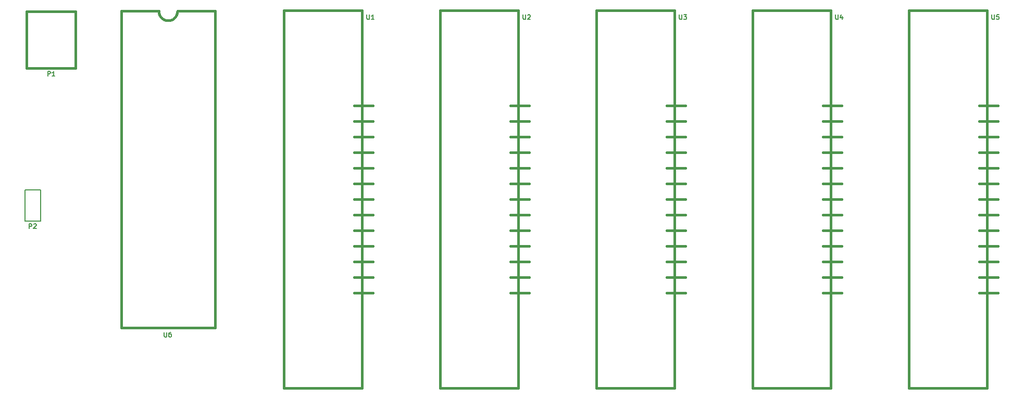
<source format=gto>
G04 (created by PCBNEW-RS274X (2011-05-25)-stable) date Fri 21 Sep 2012 01:47:41 PM PDT*
G01*
G70*
G90*
%MOIN*%
G04 Gerber Fmt 3.4, Leading zero omitted, Abs format*
%FSLAX34Y34*%
G04 APERTURE LIST*
%ADD10C,0.006000*%
%ADD11C,0.015000*%
%ADD12C,0.005900*%
G04 APERTURE END LIST*
G54D10*
G54D11*
X84185Y-33362D02*
X85385Y-33362D01*
X84185Y-32362D02*
X85385Y-32362D01*
X84185Y-31362D02*
X85385Y-31362D01*
X84185Y-30362D02*
X85385Y-30362D01*
X84185Y-29362D02*
X85385Y-29362D01*
X84185Y-28362D02*
X85385Y-28362D01*
X84185Y-27362D02*
X85385Y-27362D01*
X84185Y-26362D02*
X85385Y-26362D01*
X84185Y-25362D02*
X85385Y-25362D01*
X84185Y-24362D02*
X85385Y-24362D01*
X84185Y-23362D02*
X85385Y-23362D01*
X84185Y-22362D02*
X85385Y-22362D01*
X84185Y-21362D02*
X85385Y-21362D01*
X79685Y-39462D02*
X84685Y-39462D01*
X79685Y-15262D02*
X79685Y-39462D01*
X84685Y-39462D02*
X84685Y-15262D01*
X82185Y-15262D02*
X79685Y-15262D01*
X82185Y-15262D02*
X84685Y-15262D01*
X74185Y-33362D02*
X75385Y-33362D01*
X74185Y-32362D02*
X75385Y-32362D01*
X74185Y-31362D02*
X75385Y-31362D01*
X74185Y-30362D02*
X75385Y-30362D01*
X74185Y-29362D02*
X75385Y-29362D01*
X74185Y-28362D02*
X75385Y-28362D01*
X74185Y-27362D02*
X75385Y-27362D01*
X74185Y-26362D02*
X75385Y-26362D01*
X74185Y-25362D02*
X75385Y-25362D01*
X74185Y-24362D02*
X75385Y-24362D01*
X74185Y-23362D02*
X75385Y-23362D01*
X74185Y-22362D02*
X75385Y-22362D01*
X74185Y-21362D02*
X75385Y-21362D01*
X69685Y-39462D02*
X74685Y-39462D01*
X69685Y-15262D02*
X69685Y-39462D01*
X74685Y-39462D02*
X74685Y-15262D01*
X72185Y-15262D02*
X69685Y-15262D01*
X72185Y-15262D02*
X74685Y-15262D01*
X64185Y-33362D02*
X65385Y-33362D01*
X64185Y-32362D02*
X65385Y-32362D01*
X64185Y-31362D02*
X65385Y-31362D01*
X64185Y-30362D02*
X65385Y-30362D01*
X64185Y-29362D02*
X65385Y-29362D01*
X64185Y-28362D02*
X65385Y-28362D01*
X64185Y-27362D02*
X65385Y-27362D01*
X64185Y-26362D02*
X65385Y-26362D01*
X64185Y-25362D02*
X65385Y-25362D01*
X64185Y-24362D02*
X65385Y-24362D01*
X64185Y-23362D02*
X65385Y-23362D01*
X64185Y-22362D02*
X65385Y-22362D01*
X64185Y-21362D02*
X65385Y-21362D01*
X59685Y-39462D02*
X64685Y-39462D01*
X59685Y-15262D02*
X59685Y-39462D01*
X64685Y-39462D02*
X64685Y-15262D01*
X62185Y-15262D02*
X59685Y-15262D01*
X62185Y-15262D02*
X64685Y-15262D01*
X54185Y-33362D02*
X55385Y-33362D01*
X54185Y-32362D02*
X55385Y-32362D01*
X54185Y-31362D02*
X55385Y-31362D01*
X54185Y-30362D02*
X55385Y-30362D01*
X54185Y-29362D02*
X55385Y-29362D01*
X54185Y-28362D02*
X55385Y-28362D01*
X54185Y-27362D02*
X55385Y-27362D01*
X54185Y-26362D02*
X55385Y-26362D01*
X54185Y-25362D02*
X55385Y-25362D01*
X54185Y-24362D02*
X55385Y-24362D01*
X54185Y-23362D02*
X55385Y-23362D01*
X54185Y-22362D02*
X55385Y-22362D01*
X54185Y-21362D02*
X55385Y-21362D01*
X49685Y-39462D02*
X54685Y-39462D01*
X49685Y-15262D02*
X49685Y-39462D01*
X54685Y-39462D02*
X54685Y-15262D01*
X52185Y-15262D02*
X49685Y-15262D01*
X52185Y-15262D02*
X54685Y-15262D01*
X44185Y-33362D02*
X45385Y-33362D01*
X44185Y-32362D02*
X45385Y-32362D01*
X44185Y-31362D02*
X45385Y-31362D01*
X44185Y-30362D02*
X45385Y-30362D01*
X44185Y-29362D02*
X45385Y-29362D01*
X44185Y-28362D02*
X45385Y-28362D01*
X44185Y-27362D02*
X45385Y-27362D01*
X44185Y-26362D02*
X45385Y-26362D01*
X44185Y-25362D02*
X45385Y-25362D01*
X44185Y-24362D02*
X45385Y-24362D01*
X44185Y-23362D02*
X45385Y-23362D01*
X44185Y-22362D02*
X45385Y-22362D01*
X44185Y-21362D02*
X45385Y-21362D01*
X39685Y-39462D02*
X44685Y-39462D01*
X39685Y-15262D02*
X39685Y-39462D01*
X44685Y-39462D02*
X44685Y-15262D01*
X42185Y-15262D02*
X39685Y-15262D01*
X42185Y-15262D02*
X44685Y-15262D01*
X26378Y-18937D02*
X23228Y-18937D01*
X23228Y-18937D02*
X23228Y-15315D01*
X23228Y-15315D02*
X26378Y-15315D01*
X26378Y-15315D02*
X26378Y-18937D01*
G54D10*
X24122Y-28756D02*
X23122Y-28756D01*
X23122Y-28756D02*
X23122Y-26756D01*
X23122Y-26756D02*
X24122Y-26756D01*
X24122Y-26756D02*
X24122Y-28756D01*
G54D11*
X29783Y-35591D02*
X29283Y-35591D01*
X34783Y-35591D02*
X35283Y-35591D01*
X29833Y-15291D02*
X29283Y-15291D01*
X34783Y-15291D02*
X35283Y-15291D01*
X31683Y-15291D02*
X31686Y-15343D01*
X31693Y-15395D01*
X31704Y-15446D01*
X31720Y-15496D01*
X31740Y-15544D01*
X31764Y-15590D01*
X31792Y-15635D01*
X31824Y-15676D01*
X31859Y-15715D01*
X31898Y-15750D01*
X31939Y-15782D01*
X31984Y-15810D01*
X32030Y-15834D01*
X32078Y-15854D01*
X32128Y-15870D01*
X32179Y-15881D01*
X32231Y-15888D01*
X32283Y-15891D01*
X32283Y-15891D02*
X32335Y-15888D01*
X32387Y-15881D01*
X32438Y-15870D01*
X32488Y-15854D01*
X32536Y-15834D01*
X32583Y-15810D01*
X32627Y-15782D01*
X32668Y-15750D01*
X32707Y-15715D01*
X32742Y-15676D01*
X32774Y-15635D01*
X32802Y-15590D01*
X32826Y-15544D01*
X32846Y-15496D01*
X32862Y-15446D01*
X32873Y-15395D01*
X32880Y-15343D01*
X32883Y-15291D01*
X29783Y-15291D02*
X31683Y-15291D01*
X34783Y-15291D02*
X32883Y-15291D01*
X29283Y-15341D02*
X29283Y-35591D01*
X29783Y-35591D02*
X34783Y-35591D01*
X35283Y-35591D02*
X35283Y-15341D01*
G54D12*
X85011Y-15522D02*
X85011Y-15761D01*
X85025Y-15789D01*
X85039Y-15803D01*
X85067Y-15817D01*
X85124Y-15817D01*
X85152Y-15803D01*
X85166Y-15789D01*
X85180Y-15761D01*
X85180Y-15522D01*
X85461Y-15522D02*
X85320Y-15522D01*
X85306Y-15662D01*
X85320Y-15648D01*
X85348Y-15634D01*
X85419Y-15634D01*
X85447Y-15648D01*
X85461Y-15662D01*
X85475Y-15690D01*
X85475Y-15761D01*
X85461Y-15789D01*
X85447Y-15803D01*
X85419Y-15817D01*
X85348Y-15817D01*
X85320Y-15803D01*
X85306Y-15789D01*
X75011Y-15522D02*
X75011Y-15761D01*
X75025Y-15789D01*
X75039Y-15803D01*
X75067Y-15817D01*
X75124Y-15817D01*
X75152Y-15803D01*
X75166Y-15789D01*
X75180Y-15761D01*
X75180Y-15522D01*
X75447Y-15620D02*
X75447Y-15817D01*
X75376Y-15508D02*
X75306Y-15719D01*
X75489Y-15719D01*
X65011Y-15522D02*
X65011Y-15761D01*
X65025Y-15789D01*
X65039Y-15803D01*
X65067Y-15817D01*
X65124Y-15817D01*
X65152Y-15803D01*
X65166Y-15789D01*
X65180Y-15761D01*
X65180Y-15522D01*
X65292Y-15522D02*
X65475Y-15522D01*
X65376Y-15634D01*
X65419Y-15634D01*
X65447Y-15648D01*
X65461Y-15662D01*
X65475Y-15690D01*
X65475Y-15761D01*
X65461Y-15789D01*
X65447Y-15803D01*
X65419Y-15817D01*
X65334Y-15817D01*
X65306Y-15803D01*
X65292Y-15789D01*
X55011Y-15522D02*
X55011Y-15761D01*
X55025Y-15789D01*
X55039Y-15803D01*
X55067Y-15817D01*
X55124Y-15817D01*
X55152Y-15803D01*
X55166Y-15789D01*
X55180Y-15761D01*
X55180Y-15522D01*
X55306Y-15550D02*
X55320Y-15536D01*
X55348Y-15522D01*
X55419Y-15522D01*
X55447Y-15536D01*
X55461Y-15550D01*
X55475Y-15578D01*
X55475Y-15606D01*
X55461Y-15648D01*
X55292Y-15817D01*
X55475Y-15817D01*
X45011Y-15522D02*
X45011Y-15761D01*
X45025Y-15789D01*
X45039Y-15803D01*
X45067Y-15817D01*
X45124Y-15817D01*
X45152Y-15803D01*
X45166Y-15789D01*
X45180Y-15761D01*
X45180Y-15522D01*
X45475Y-15817D02*
X45306Y-15817D01*
X45390Y-15817D02*
X45390Y-15522D01*
X45362Y-15564D01*
X45334Y-15592D01*
X45306Y-15606D01*
X24585Y-19450D02*
X24585Y-19155D01*
X24698Y-19155D01*
X24726Y-19169D01*
X24740Y-19183D01*
X24754Y-19211D01*
X24754Y-19253D01*
X24740Y-19281D01*
X24726Y-19295D01*
X24698Y-19309D01*
X24585Y-19309D01*
X25035Y-19450D02*
X24866Y-19450D01*
X24950Y-19450D02*
X24950Y-19155D01*
X24922Y-19197D01*
X24894Y-19225D01*
X24866Y-19239D01*
X23404Y-29214D02*
X23404Y-28919D01*
X23517Y-28919D01*
X23545Y-28933D01*
X23559Y-28947D01*
X23573Y-28975D01*
X23573Y-29017D01*
X23559Y-29045D01*
X23545Y-29059D01*
X23517Y-29073D01*
X23404Y-29073D01*
X23685Y-28947D02*
X23699Y-28933D01*
X23727Y-28919D01*
X23798Y-28919D01*
X23826Y-28933D01*
X23840Y-28947D01*
X23854Y-28975D01*
X23854Y-29003D01*
X23840Y-29045D01*
X23671Y-29214D01*
X23854Y-29214D01*
X32038Y-35870D02*
X32038Y-36109D01*
X32052Y-36137D01*
X32066Y-36151D01*
X32094Y-36165D01*
X32151Y-36165D01*
X32179Y-36151D01*
X32193Y-36137D01*
X32207Y-36109D01*
X32207Y-35870D01*
X32474Y-35870D02*
X32417Y-35870D01*
X32389Y-35884D01*
X32375Y-35898D01*
X32347Y-35940D01*
X32333Y-35996D01*
X32333Y-36109D01*
X32347Y-36137D01*
X32361Y-36151D01*
X32389Y-36165D01*
X32446Y-36165D01*
X32474Y-36151D01*
X32488Y-36137D01*
X32502Y-36109D01*
X32502Y-36038D01*
X32488Y-36010D01*
X32474Y-35996D01*
X32446Y-35982D01*
X32389Y-35982D01*
X32361Y-35996D01*
X32347Y-36010D01*
X32333Y-36038D01*
M02*

</source>
